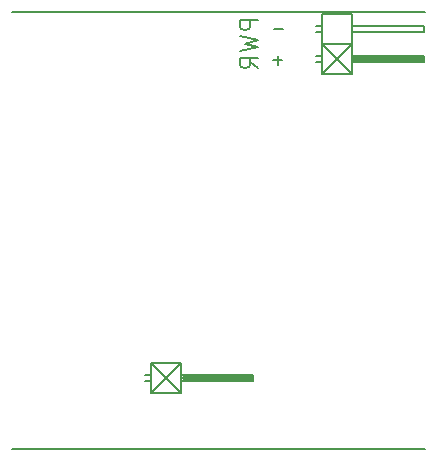
<source format=gbr>
G04 #@! TF.FileFunction,Legend,Bot*
%FSLAX46Y46*%
G04 Gerber Fmt 4.6, Leading zero omitted, Abs format (unit mm)*
G04 Created by KiCad (PCBNEW (2015-04-05 BZR 5577)-product) date Út 4. srpen 2015, 12:36:27 CEST*
%MOMM*%
G01*
G04 APERTURE LIST*
%ADD10C,0.100000*%
%ADD11C,0.150000*%
%ADD12C,0.200000*%
G04 APERTURE END LIST*
D10*
D11*
X196920952Y-100091429D02*
X196159047Y-100091429D01*
X196539999Y-100472381D02*
X196539999Y-99710476D01*
X196960000Y-97481429D02*
X196198095Y-97481429D01*
D12*
X174000000Y-96000000D02*
X209000000Y-96000000D01*
X174000000Y-133000000D02*
X209000000Y-133000000D01*
D11*
X200264000Y-97186000D02*
X199756000Y-97186000D01*
X200264000Y-97694000D02*
X199756000Y-97694000D01*
X200264000Y-98710000D02*
X202804000Y-98710000D01*
X200264000Y-98710000D02*
X200264000Y-96170000D01*
X200264000Y-96170000D02*
X202804000Y-96170000D01*
X202804000Y-97694000D02*
X208900000Y-97694000D01*
X208900000Y-97694000D02*
X208900000Y-97186000D01*
X208900000Y-97186000D02*
X202804000Y-97186000D01*
X202804000Y-96170000D02*
X202804000Y-98710000D01*
X202804000Y-98710000D02*
X200264000Y-101250000D01*
X202804000Y-101250000D02*
X200264000Y-98710000D01*
X202931000Y-100107000D02*
X208773000Y-100107000D01*
X208773000Y-100107000D02*
X208773000Y-99853000D01*
X208773000Y-99853000D02*
X202931000Y-99853000D01*
X202931000Y-99980000D02*
X208773000Y-99980000D01*
X200264000Y-99726000D02*
X199756000Y-99726000D01*
X200264000Y-100234000D02*
X199756000Y-100234000D01*
X200264000Y-101250000D02*
X202804000Y-101250000D01*
X200264000Y-101250000D02*
X200264000Y-98710000D01*
X200264000Y-98710000D02*
X202804000Y-98710000D01*
X202804000Y-100234000D02*
X208900000Y-100234000D01*
X208900000Y-100234000D02*
X208900000Y-99726000D01*
X208900000Y-99726000D02*
X202804000Y-99726000D01*
X202804000Y-98710000D02*
X202804000Y-101250000D01*
X188354000Y-125770000D02*
X185814000Y-128310000D01*
X188354000Y-128310000D02*
X185814000Y-125770000D01*
X188481000Y-127167000D02*
X194323000Y-127167000D01*
X194323000Y-127167000D02*
X194323000Y-126913000D01*
X194323000Y-126913000D02*
X188481000Y-126913000D01*
X188481000Y-127040000D02*
X194323000Y-127040000D01*
X185814000Y-126786000D02*
X185306000Y-126786000D01*
X185814000Y-127294000D02*
X185306000Y-127294000D01*
X185814000Y-128310000D02*
X188354000Y-128310000D01*
X185814000Y-128310000D02*
X185814000Y-125770000D01*
X185814000Y-125770000D02*
X188354000Y-125770000D01*
X188354000Y-127294000D02*
X194450000Y-127294000D01*
X194450000Y-127294000D02*
X194450000Y-126786000D01*
X194450000Y-126786000D02*
X188354000Y-126786000D01*
X188354000Y-125770000D02*
X188354000Y-128310000D01*
X194858571Y-96710000D02*
X193358571Y-96710000D01*
X193358571Y-97281428D01*
X193430000Y-97424286D01*
X193501429Y-97495714D01*
X193644286Y-97567143D01*
X193858571Y-97567143D01*
X194001429Y-97495714D01*
X194072857Y-97424286D01*
X194144286Y-97281428D01*
X194144286Y-96710000D01*
X193358571Y-98067143D02*
X194858571Y-98424286D01*
X193787143Y-98710000D01*
X194858571Y-98995714D01*
X193358571Y-99352857D01*
X194858571Y-100781429D02*
X194144286Y-100281429D01*
X194858571Y-99924286D02*
X193358571Y-99924286D01*
X193358571Y-100495714D01*
X193430000Y-100638572D01*
X193501429Y-100710000D01*
X193644286Y-100781429D01*
X193858571Y-100781429D01*
X194001429Y-100710000D01*
X194072857Y-100638572D01*
X194144286Y-100495714D01*
X194144286Y-99924286D01*
M02*

</source>
